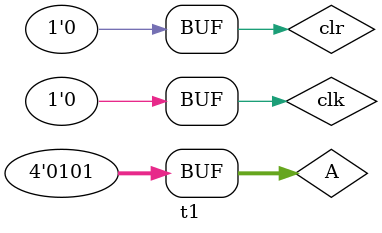
<source format=v>
`timescale 1ns / 1ps


module t1;

	// Inputs
	reg [0:3] A;
	reg clk;
	reg clr;

	// Outputs
	wire q0;
	wire q1;
	wire q2;
	wire q3;

	// Instantiate the Unit Under Test (UUT)
	FourBitRegisterWithDFlipFlop uut (
		.A(A), 
		.clk(clk), 
		.clr(clr), 
		.q0(q0), 
		.q1(q1), 
		.q2(q2), 
		.q3(q3)
	);

initial repeat (20) #5 clk = ~clk;

	initial begin
		// Initialize Inputs
		A = 5;
		clk = 0;
		clr = 0;

		// Wait 100 ns for global reset to finish
		#100;
        
		// Add stimulus here

	end
      
endmodule


</source>
